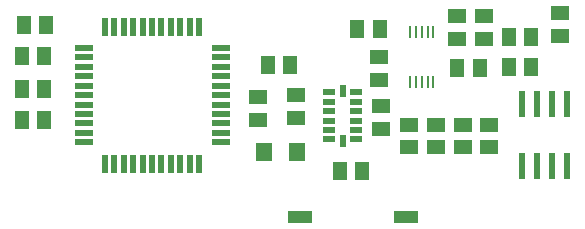
<source format=gtp>
G75*
%MOIN*%
%OFA0B0*%
%FSLAX25Y25*%
%IPPOS*%
%LPD*%
%AMOC8*
5,1,8,0,0,1.08239X$1,22.5*
%
%ADD10R,0.05118X0.05906*%
%ADD11R,0.05906X0.05118*%
%ADD12R,0.05512X0.06299*%
%ADD13R,0.01969X0.05906*%
%ADD14R,0.05906X0.01969*%
%ADD15R,0.04424X0.01969*%
%ADD16R,0.01969X0.04424*%
%ADD17R,0.07900X0.04300*%
%ADD18R,0.00984X0.03937*%
%ADD19R,0.02400X0.08700*%
D10*
X0039122Y0050968D03*
X0046602Y0050968D03*
X0046594Y0061187D03*
X0039114Y0061187D03*
X0039114Y0072111D03*
X0046594Y0072111D03*
X0047396Y0082430D03*
X0039915Y0082430D03*
X0121104Y0069306D03*
X0128585Y0069306D03*
X0151040Y0081322D03*
X0158520Y0081322D03*
X0184312Y0068150D03*
X0191792Y0068150D03*
X0201440Y0068722D03*
X0208920Y0068722D03*
X0208920Y0078522D03*
X0201440Y0078522D03*
X0152741Y0034040D03*
X0145261Y0034040D03*
D11*
X0168080Y0041882D03*
X0177180Y0041882D03*
X0186280Y0041882D03*
X0195067Y0041799D03*
X0195067Y0049279D03*
X0186280Y0049362D03*
X0177180Y0049362D03*
X0168080Y0049362D03*
X0158971Y0047955D03*
X0158971Y0055436D03*
X0158280Y0064282D03*
X0158280Y0071762D03*
X0184234Y0078046D03*
X0193256Y0078034D03*
X0193256Y0085515D03*
X0184234Y0085527D03*
X0218480Y0086462D03*
X0218480Y0078982D03*
X0130649Y0059196D03*
X0118039Y0058533D03*
X0130649Y0051715D03*
X0118039Y0051052D03*
D12*
X0119770Y0040399D03*
X0130793Y0040399D03*
D13*
X0066834Y0036393D03*
X0069984Y0036393D03*
X0073133Y0036393D03*
X0076283Y0036393D03*
X0079432Y0036393D03*
X0082582Y0036393D03*
X0085732Y0036393D03*
X0088881Y0036393D03*
X0092031Y0036393D03*
X0095180Y0036393D03*
X0098330Y0036393D03*
X0098330Y0082062D03*
X0095180Y0082062D03*
X0092031Y0082062D03*
X0088881Y0082062D03*
X0085732Y0082062D03*
X0082582Y0082062D03*
X0079432Y0082062D03*
X0076283Y0082062D03*
X0073133Y0082062D03*
X0069984Y0082062D03*
X0066834Y0082062D03*
D14*
X0059747Y0074976D03*
X0059747Y0071826D03*
X0059747Y0068677D03*
X0059747Y0065527D03*
X0059747Y0062377D03*
X0059747Y0059228D03*
X0059747Y0056078D03*
X0059747Y0052929D03*
X0059747Y0049779D03*
X0059747Y0046629D03*
X0059747Y0043480D03*
X0105417Y0043480D03*
X0105417Y0046629D03*
X0105417Y0049779D03*
X0105417Y0052929D03*
X0105417Y0056078D03*
X0105417Y0059228D03*
X0105417Y0062377D03*
X0105417Y0065527D03*
X0105417Y0068677D03*
X0105417Y0071826D03*
X0105417Y0074976D03*
D15*
X0141660Y0060195D03*
X0141660Y0057045D03*
X0141660Y0053895D03*
X0141660Y0050746D03*
X0141660Y0047596D03*
X0141660Y0044447D03*
X0150591Y0044447D03*
X0150621Y0047596D03*
X0150621Y0050746D03*
X0150621Y0053895D03*
X0150621Y0057045D03*
X0150621Y0060195D03*
D16*
X0146140Y0060588D03*
X0146140Y0044053D03*
D17*
X0131988Y0018551D03*
X0167388Y0018551D03*
D18*
X0168509Y0063543D03*
X0170478Y0063543D03*
X0172446Y0063543D03*
X0174415Y0063543D03*
X0176383Y0063543D03*
X0176383Y0080181D03*
X0174415Y0080181D03*
X0172446Y0080181D03*
X0170478Y0080181D03*
X0168509Y0080181D03*
D19*
X0206002Y0056160D03*
X0211002Y0056160D03*
X0216002Y0056160D03*
X0221002Y0056160D03*
X0221002Y0035560D03*
X0216002Y0035560D03*
X0211002Y0035560D03*
X0206002Y0035560D03*
M02*

</source>
